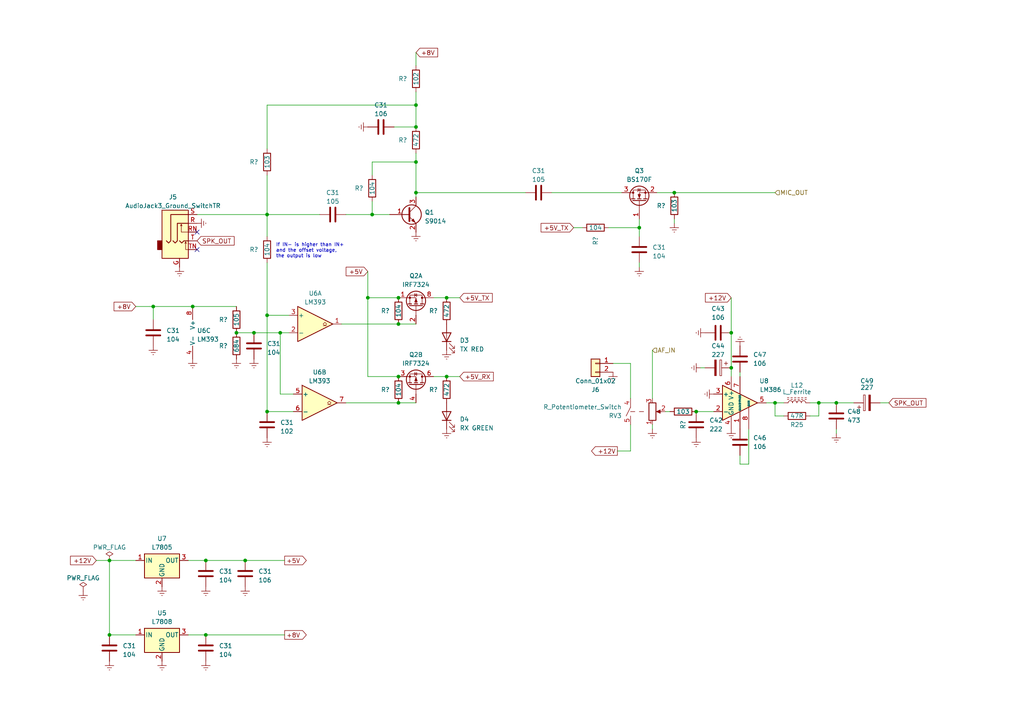
<source format=kicad_sch>
(kicad_sch (version 20230121) (generator eeschema)
  (paper "A4")
  (lib_symbols
    (symbol "Amplifier_Audio:LM386" (pin_names (offset 0.127))
      (property "Reference" "U" (at 1.27 7.62 0))
      (property "Value" "LM386" (at 1.27 5.08 0))
      (symbol "LM386_0_1"
        (polyline (pts (xy 5.08 0) (xy -5.08 5.08) (xy -5.08 -5.08) (xy 5.08 0)) (stroke (width 0.254)) (fill (type background)))
      )
      (symbol "LM386_1_1"
        (pin input line (at 0 -7.62 90) (length 5.08) (name "GAIN") (number "1"))
        (pin input line (at -7.62 -2.54 0) (length 2.54) (name "-") (number "2"))
        (pin input line (at -7.62 2.54 0) (length 2.54) (name "+") (number "3"))
        (pin power_in line (at -2.54 -7.62 90) (length 3.81) (name "GND") (number "4"))
        (pin output line (at 7.62 0 180) (length 2.54) (name "~") (number "5"))
        (pin power_in line (at -2.54 7.62 270) (length 3.81) (name "V+") (number "6"))
        (pin input line (at 0 7.62 270) (length 5.08) (name "BYPASS") (number "7"))
        (pin input line (at 2.54 -7.62 90) (length 6.35) (name "GAIN") (number "8"))
      )
    )
    (symbol "Comparator:LM393" (pin_names (offset 0.127))
      (property "Reference" "U" (at 3.81 3.81 0))
      (property "Value" "LM393" (at 6.35 -3.81 0))
      (symbol "LM393_1_1"
        (polyline (pts (xy -5.08 5.08) (xy 5.08 0) (xy -5.08 -5.08) (xy -5.08 5.08)) (stroke (width 0.254)) (fill (type background)))
        (polyline (pts (xy 3.302 -0.508) (xy 2.794 -0.508) (xy 3.302 0) (xy 2.794 0.508) (xy 2.286 0) (xy 2.794 -0.508) (xy 2.286 -0.508)) (stroke (width 0.127)))
        (pin open_collector line (at 7.62 0 180) (length 2.54) (name "~") (number "1"))
        (pin input line (at -7.62 -2.54 0) (length 2.54) (name "-") (number "2"))
        (pin input line (at -7.62 2.54 0) (length 2.54) (name "+") (number "3"))
      )
      (symbol "LM393_2_1"
        (polyline (pts (xy -5.08 5.08) (xy 5.08 0) (xy -5.08 -5.08) (xy -5.08 5.08)) (stroke (width 0.254)) (fill (type background)))
        (polyline (pts (xy 3.302 -0.508) (xy 2.794 -0.508) (xy 3.302 0) (xy 2.794 0.508) (xy 2.286 0) (xy 2.794 -0.508) (xy 2.286 -0.508)) (stroke (width 0.127)))
        (pin input line (at -7.62 2.54 0) (length 2.54) (name "+") (number "5"))
        (pin input line (at -7.62 -2.54 0) (length 2.54) (name "-") (number "6"))
        (pin open_collector line (at 7.62 0 180) (length 2.54) (name "~") (number "7"))
      )
      (symbol "LM393_3_1"
        (pin power_in line (at -2.54 -7.62 90) (length 3.81) (name "V-") (number "4"))
        (pin power_in line (at -2.54 7.62 270) (length 3.81) (name "V+") (number "8"))
      )
    )
    (symbol "Connector_Audio:AudioJack3_Ground_SwitchTR"
      (property "Reference" "J" (at 0 8.89 0))
      (property "Value" "AudioJack3_Ground_SwitchTR" (at 0 6.35 0))
      (symbol "AudioJack3_Ground_SwitchTR_0_1"
        (rectangle (start -5.08 -5.08) (end -6.35 -7.62) (stroke (width 0.254)) (fill (type outline)))
        (polyline (pts (xy 0.508 -0.254) (xy 0.762 -0.762)))
        (polyline (pts (xy 1.778 -5.334) (xy 2.032 -5.842)))
        (polyline (pts (xy 0 -5.08) (xy 0.635 -5.715) (xy 1.27 -5.08) (xy 2.54 -5.08)) (stroke (width 0.254)))
        (polyline (pts (xy 2.54 -7.62) (xy 1.778 -7.62) (xy 1.778 -5.334) (xy 1.524 -5.842)))
        (polyline (pts (xy 2.54 -2.54) (xy 0.508 -2.54) (xy 0.508 -0.254) (xy 0.254 -0.762)))
        (polyline (pts (xy -1.905 -5.08) (xy -1.27 -5.715) (xy -0.635 -5.08) (xy -0.635 0) (xy 2.54 0)) (stroke (width 0.254)))
        (polyline (pts (xy 2.54 2.54) (xy -2.54 2.54) (xy -2.54 -5.08) (xy -3.175 -5.715) (xy -3.81 -5.08)) (stroke (width 0.254)))
        (rectangle (start 2.54 3.81) (end -5.08 -10.16) (stroke (width 0.254)) (fill (type background)))
      )
      (symbol "AudioJack3_Ground_SwitchTR_1_1"
        (pin passive line (at 0 -12.7 90) (length 2.54) (name "~") (number "G"))
        (pin passive line (at 5.08 0 180) (length 2.54) (name "~") (number "R"))
        (pin passive line (at 5.08 -2.54 180) (length 2.54) (name "~") (number "RN"))
        (pin passive line (at 5.08 2.54 180) (length 2.54) (name "~") (number "S"))
        (pin passive line (at 5.08 -5.08 180) (length 2.54) (name "~") (number "T"))
        (pin passive line (at 5.08 -7.62 180) (length 2.54) (name "~") (number "TN"))
      )
    )
    (symbol "Connector_Generic:Conn_01x02" (pin_names (offset 1.016) hide)
      (property "Reference" "J" (at 0 2.54 0))
      (property "Value" "Conn_01x02" (at 0 -5.08 0))
      (symbol "Conn_01x02_1_1"
        (rectangle (start -1.27 -2.413) (end 0 -2.667) (stroke (width 0.1524)))
        (rectangle (start -1.27 0.127) (end 0 -0.127) (stroke (width 0.1524)))
        (rectangle (start -1.27 1.27) (end 1.27 -3.81) (stroke (width 0.254)) (fill (type background)))
        (pin passive line (at -5.08 0 0) (length 3.81) (name "Pin_1") (number "1"))
        (pin passive line (at -5.08 -2.54 0) (length 3.81) (name "Pin_2") (number "2"))
      )
    )
    (symbol "Device:C" (pin_numbers hide) (pin_names (offset 0.254))
      (property "Reference" "C" (at 0.635 2.54 0))
      (property "Value" "C" (at 0.635 -2.54 0))
      (symbol "C_0_1"
        (polyline (pts (xy -2.032 -0.762) (xy 2.032 -0.762)) (stroke (width 0.508)))
        (polyline (pts (xy -2.032 0.762) (xy 2.032 0.762)) (stroke (width 0.508)))
      )
      (symbol "C_1_1"
        (pin passive line (at 0 3.81 270) (length 2.794) (name "~") (number "1"))
        (pin passive line (at 0 -3.81 90) (length 2.794) (name "~") (number "2"))
      )
    )
    (symbol "Device:C_Polarized" (pin_numbers hide) (pin_names (offset 0.254))
      (property "Reference" "C" (at 0.635 2.54 0))
      (property "Value" "C_Polarized" (at 0.635 -2.54 0))
      (symbol "C_Polarized_0_1"
        (rectangle (start -2.286 0.508) (end 2.286 1.016))
        (polyline (pts (xy -1.778 2.286) (xy -0.762 2.286)))
        (polyline (pts (xy -1.27 2.794) (xy -1.27 1.778)))
        (rectangle (start 2.286 -0.508) (end -2.286 -1.016) (fill (type outline)))
      )
      (symbol "C_Polarized_1_1"
        (pin passive line (at 0 3.81 270) (length 2.794) (name "~") (number "1"))
        (pin passive line (at 0 -3.81 90) (length 2.794) (name "~") (number "2"))
      )
    )
    (symbol "Device:LED" (pin_numbers hide) (pin_names (offset 1.016) hide)
      (property "Reference" "D" (at 0 2.54 0))
      (property "Value" "LED" (at 0 -2.54 0))
      (symbol "LED_0_1"
        (polyline (pts (xy -1.27 -1.27) (xy -1.27 1.27)) (stroke (width 0.254)))
        (polyline (pts (xy -1.27 0) (xy 1.27 0)))
        (polyline (pts (xy 1.27 -1.27) (xy 1.27 1.27) (xy -1.27 0) (xy 1.27 -1.27)) (stroke (width 0.254)))
        (polyline (pts (xy -3.048 -0.762) (xy -4.572 -2.286) (xy -3.81 -2.286) (xy -4.572 -2.286) (xy -4.572 -1.524)))
        (polyline (pts (xy -1.778 -0.762) (xy -3.302 -2.286) (xy -2.54 -2.286) (xy -3.302 -2.286) (xy -3.302 -1.524)))
      )
      (symbol "LED_1_1"
        (pin passive line (at -3.81 0 0) (length 2.54) (name "K") (number "1"))
        (pin passive line (at 3.81 0 180) (length 2.54) (name "A") (number "2"))
      )
    )
    (symbol "Device:L_Ferrite" (pin_numbers hide) (pin_names (offset 1.016) hide)
      (property "Reference" "L" (at -1.27 0 90))
      (property "Value" "L_Ferrite" (at 2.794 0 90))
      (symbol "L_Ferrite_0_1"
        (arc (start 0 -2.54) (mid 0.6323 -1.905) (end 0 -1.27))
        (arc (start 0 -1.27) (mid 0.6323 -0.635) (end 0 0))
        (polyline (pts (xy 1.016 -2.794) (xy 1.016 -2.286)))
        (polyline (pts (xy 1.016 -1.778) (xy 1.016 -1.27)))
        (polyline (pts (xy 1.016 -0.762) (xy 1.016 -0.254)))
        (polyline (pts (xy 1.016 0.254) (xy 1.016 0.762)))
        (polyline (pts (xy 1.016 1.27) (xy 1.016 1.778)))
        (polyline (pts (xy 1.016 2.286) (xy 1.016 2.794)))
        (polyline (pts (xy 1.524 -2.286) (xy 1.524 -2.794)))
        (polyline (pts (xy 1.524 -1.27) (xy 1.524 -1.778)))
        (polyline (pts (xy 1.524 -0.254) (xy 1.524 -0.762)))
        (polyline (pts (xy 1.524 0.762) (xy 1.524 0.254)))
        (polyline (pts (xy 1.524 1.778) (xy 1.524 1.27)))
        (polyline (pts (xy 1.524 2.794) (xy 1.524 2.286)))
        (arc (start 0 0) (mid 0.6323 0.635) (end 0 1.27))
        (arc (start 0 1.27) (mid 0.6323 1.905) (end 0 2.54))
      )
      (symbol "L_Ferrite_1_1"
        (pin passive line (at 0 3.81 270) (length 1.27) (name "1") (number "1"))
        (pin passive line (at 0 -3.81 90) (length 1.27) (name "2") (number "2"))
      )
    )
    (symbol "Device:R" (pin_numbers hide) (pin_names (offset 0))
      (property "Reference" "R" (at 2.032 0 90))
      (property "Value" "R" (at 0 0 90))
      (symbol "R_0_1"
        (rectangle (start -1.016 -2.54) (end 1.016 2.54) (stroke (width 0.254)))
      )
      (symbol "R_1_1"
        (pin passive line (at 0 3.81 270) (length 1.27) (name "~") (number "1"))
        (pin passive line (at 0 -3.81 90) (length 1.27) (name "~") (number "2"))
      )
    )
    (symbol "PhilsLibrary:R_Potentiometer_Switch" (pin_names (offset 1.016) hide)
      (property "Reference" "RV" (at -10.16 0 90))
      (property "Value" "R_Potentiometer_Switch" (at -8.89 0 90))
      (symbol "R_Potentiometer_Switch_0_1"
        (polyline (pts (xy -6.35 -1.27) (xy -7.62 1.27)))
        (polyline (pts (xy -6.35 0) (xy -5.08 0)))
        (polyline (pts (xy -6.35 3.81) (xy -6.35 3.81)))
        (polyline (pts (xy -3.81 0) (xy -2.54 0)))
        (polyline (pts (xy 2.54 0) (xy 1.524 0)))
        (polyline (pts (xy 1.143 0) (xy 2.286 0.508) (xy 2.286 -0.508) (xy 1.143 0)) (fill (type outline)))
        (rectangle (start 1.016 2.54) (end -1.016 -2.54) (stroke (width 0.254)))
      )
      (symbol "R_Potentiometer_Switch_1_1"
        (pin passive line (at 0 3.81 270) (length 1.27) (name "1") (number "1"))
        (pin passive line (at 3.81 0 180) (length 1.27) (name "2") (number "2"))
        (pin passive line (at 0 -3.81 90) (length 1.27) (name "3") (number "3"))
        (pin passive line (at -6.35 -3.81 90) (length 2.54) (name "S2") (number "4"))
        (pin passive line (at -6.35 3.81 270) (length 2.54) (name "S1") (number "5"))
      )
    )
    (symbol "Regulator_Linear:L7805" (pin_names (offset 0.254))
      (property "Reference" "U" (at -3.81 3.175 0))
      (property "Value" "L7805" (at 0 3.175 0))
      (symbol "L7805_0_1"
        (rectangle (start -5.08 1.905) (end 5.08 -5.08) (stroke (width 0.254)) (fill (type background)))
      )
      (symbol "L7805_1_1"
        (pin power_in line (at -7.62 0 0) (length 2.54) (name "IN") (number "1"))
        (pin power_in line (at 0 -7.62 90) (length 2.54) (name "GND") (number "2"))
        (pin power_out line (at 7.62 0 180) (length 2.54) (name "OUT") (number "3"))
      )
    )
    (symbol "Regulator_Linear:L7808" (pin_names (offset 0.254))
      (property "Reference" "U" (at -3.81 3.175 0))
      (property "Value" "L7808" (at 0 3.175 0))
      (symbol "L7808_0_1"
        (rectangle (start -5.08 1.905) (end 5.08 -5.08) (stroke (width 0.254)) (fill (type background)))
      )
      (symbol "L7808_1_1"
        (pin power_in line (at -7.62 0 0) (length 2.54) (name "IN") (number "1"))
        (pin power_in line (at 0 -7.62 90) (length 2.54) (name "GND") (number "2"))
        (pin power_out line (at 7.62 0 180) (length 2.54) (name "OUT") (number "3"))
      )
    )
    (symbol "Transistor_BJT:BC817" (pin_names (offset 0) hide)
      (property "Reference" "Q" (at 5.08 1.905 0))
      (property "Value" "BC817" (at 5.08 0 0))
      (symbol "BC817_0_1"
        (polyline (pts (xy 0.635 0.635) (xy 2.54 2.54)))
        (polyline (pts (xy 0.635 -0.635) (xy 2.54 -2.54) (xy 2.54 -2.54)))
        (polyline (pts (xy 0.635 1.905) (xy 0.635 -1.905) (xy 0.635 -1.905)) (stroke (width 0.508)))
        (polyline (pts (xy 1.27 -1.778) (xy 1.778 -1.27) (xy 2.286 -2.286) (xy 1.27 -1.778) (xy 1.27 -1.778)) (fill (type outline)))
        (circle (center 1.27 0) (radius 2.8194) (stroke (width 0.254)))
      )
      (symbol "BC817_1_1"
        (pin input line (at -5.08 0 0) (length 5.715) (name "B") (number "1"))
        (pin passive line (at 2.54 -5.08 90) (length 2.54) (name "E") (number "2"))
        (pin passive line (at 2.54 5.08 270) (length 2.54) (name "C") (number "3"))
      )
    )
    (symbol "Transistor_FET:BS170F" (pin_names hide)
      (property "Reference" "Q" (at 5.08 1.905 0))
      (property "Value" "BS170F" (at 5.08 0 0))
      (symbol "BS170F_0_1"
        (polyline (pts (xy 0.254 0) (xy -2.54 0)))
        (polyline (pts (xy 0.254 1.905) (xy 0.254 -1.905)) (stroke (width 0.254)))
        (polyline (pts (xy 0.762 -1.27) (xy 0.762 -2.286)) (stroke (width 0.254)))
        (polyline (pts (xy 0.762 0.508) (xy 0.762 -0.508)) (stroke (width 0.254)))
        (polyline (pts (xy 0.762 2.286) (xy 0.762 1.27)) (stroke (width 0.254)))
        (polyline (pts (xy 2.54 2.54) (xy 2.54 1.778)))
        (polyline (pts (xy 2.54 -2.54) (xy 2.54 0) (xy 0.762 0)))
        (polyline (pts (xy 0.762 -1.778) (xy 3.302 -1.778) (xy 3.302 1.778) (xy 0.762 1.778)))
        (polyline (pts (xy 1.016 0) (xy 2.032 0.381) (xy 2.032 -0.381) (xy 1.016 0)) (fill (type outline)))
        (polyline (pts (xy 2.794 0.508) (xy 2.921 0.381) (xy 3.683 0.381) (xy 3.81 0.254)))
        (polyline (pts (xy 3.302 0.381) (xy 2.921 -0.254) (xy 3.683 -0.254) (xy 3.302 0.381)))
        (circle (center 1.651 0) (radius 2.794) (stroke (width 0.254)))
        (circle (center 2.54 -1.778) (radius 0.254) (fill (type outline)))
        (circle (center 2.54 1.778) (radius 0.254) (fill (type outline)))
      )
      (symbol "BS170F_1_1"
        (pin input line (at -5.08 0 0) (length 2.54) (name "G") (number "1"))
        (pin passive line (at 2.54 -5.08 90) (length 2.54) (name "S") (number "2"))
        (pin passive line (at 2.54 5.08 270) (length 2.54) (name "D") (number "3"))
      )
    )
    (symbol "Transistor_FET:IRF7324" (pin_names hide)
      (property "Reference" "Q" (at 5.08 1.905 0))
      (property "Value" "IRF7324" (at 5.08 0 0))
      (symbol "IRF7324_0_1"
        (polyline (pts (xy 0.254 0) (xy -2.54 0)))
        (polyline (pts (xy 0.254 1.905) (xy 0.254 -1.905)) (stroke (width 0.254)))
        (polyline (pts (xy 0.762 -1.27) (xy 0.762 -2.286)) (stroke (width 0.254)))
        (polyline (pts (xy 0.762 0.508) (xy 0.762 -0.508)) (stroke (width 0.254)))
        (polyline (pts (xy 0.762 2.286) (xy 0.762 1.27)) (stroke (width 0.254)))
        (polyline (pts (xy 2.54 2.54) (xy 2.54 1.778)))
        (polyline (pts (xy 2.54 -2.54) (xy 2.54 0) (xy 0.762 0)))
        (polyline (pts (xy 0.762 1.778) (xy 3.302 1.778) (xy 3.302 -1.778) (xy 0.762 -1.778)))
        (polyline (pts (xy 2.286 0) (xy 1.27 0.381) (xy 1.27 -0.381) (xy 2.286 0)) (fill (type outline)))
        (polyline (pts (xy 2.794 -0.508) (xy 2.921 -0.381) (xy 3.683 -0.381) (xy 3.81 -0.254)))
        (polyline (pts (xy 3.302 -0.381) (xy 2.921 0.254) (xy 3.683 0.254) (xy 3.302 -0.381)))
        (circle (center 1.651 0) (radius 2.794) (stroke (width 0.254)))
        (circle (center 2.54 -1.778) (radius 0.254) (fill (type outline)))
        (circle (center 2.54 1.778) (radius 0.254) (fill (type outline)))
      )
      (symbol "IRF7324_1_1"
        (pin passive line (at 2.54 -5.08 90) (length 2.54) (name "S1") (number "1"))
        (pin input line (at -5.08 0 0) (length 2.54) (name "G1") (number "2"))
        (pin passive line (at 2.54 5.08 270) (length 2.54) hide (name "D1") (number "7"))
        (pin passive line (at 2.54 5.08 270) (length 2.54) (name "D1") (number "8"))
      )
      (symbol "IRF7324_2_1"
        (pin passive line (at 2.54 -5.08 90) (length 2.54) (name "S2") (number "3"))
        (pin input line (at -5.08 0 0) (length 2.54) (name "G2") (number "4"))
        (pin passive line (at 2.54 5.08 270) (length 2.54) hide (name "D2") (number "5"))
        (pin passive line (at 2.54 5.08 270) (length 2.54) (name "D2") (number "6"))
      )
    )
    (symbol "power:Earth" (power) (pin_names (offset 0))
      (symbol "Earth_0_1"
        (polyline (pts (xy -0.635 -1.905) (xy 0.635 -1.905)))
        (polyline (pts (xy -0.127 -2.54) (xy 0.127 -2.54)))
        (polyline (pts (xy 0 -1.27) (xy 0 0)))
        (polyline (pts (xy 1.27 -1.27) (xy -1.27 -1.27)))
      )
      (symbol "Earth_1_1"
        (pin power_in line (at 0 0 270) (length 0) hide (name "Earth") (number "1"))
      )
    )
    (symbol "power:PWR_FLAG" (power) (pin_numbers hide) (pin_names (offset 0) hide)
      (property "Value" "PWR_FLAG" (at 0 3.81 0))
      (symbol "PWR_FLAG_0_0"
        (pin power_out line (at 0 0 90) (length 0) (name "pwr") (number "1"))
      )
      (symbol "PWR_FLAG_0_1"
        (polyline (pts (xy 0 0) (xy 0 1.27) (xy -1.016 1.905) (xy 0 2.54) (xy 1.016 1.905) (xy 0 1.27)))
      )
    )
  )
  (junction (at 120.65 55.88))
  (junction (at 77.47 119.38))
  (junction (at 31.75 184.15))
  (junction (at 212.09 96.52))
  (junction (at 237.49 116.84))
  (junction (at 185.42 66.04))
  (junction (at 44.45 88.9))
  (junction (at 77.47 62.23))
  (junction (at 59.69 184.15))
  (junction (at 115.57 116.84))
  (junction (at 81.28 96.52))
  (junction (at 115.57 86.36))
  (junction (at 224.79 116.84))
  (junction (at 107.95 62.23))
  (junction (at 71.12 162.56))
  (junction (at 242.57 116.84))
  (junction (at 212.09 106.68))
  (junction (at 195.58 55.88))
  (junction (at 120.65 30.48))
  (junction (at 129.54 109.22))
  (junction (at 59.69 162.56))
  (junction (at 115.57 93.98))
  (junction (at 201.93 119.38))
  (junction (at 73.66 96.52))
  (junction (at 106.68 86.36))
  (junction (at 115.57 109.22))
  (junction (at 129.54 86.36))
  (junction (at 120.65 46.99))
  (junction (at 31.75 162.56))
  (junction (at 120.65 36.83))
  (junction (at 55.88 88.9))
  (junction (at 77.47 91.44))
  (junction (at 68.58 96.52))
  (no_connect (at 57.15 67.31))
  (no_connect (at 57.15 72.39))
  (wire (pts (xy 182.88 130.81) (xy 182.88 123.19)))
  (wire (pts (xy 77.47 62.23) (xy 92.71 62.23)))
  (wire (pts (xy 129.54 109.22) (xy 133.35 109.22)))
  (wire (pts (xy 100.33 62.23) (xy 107.95 62.23)))
  (wire (pts (xy 77.47 119.38) (xy 77.47 91.44)))
  (wire (pts (xy 176.53 66.04) (xy 185.42 66.04)))
  (wire (pts (xy 83.82 91.44) (xy 77.47 91.44)))
  (wire (pts (xy 242.57 124.46) (xy 242.57 125.73)))
  (wire (pts (xy 204.47 106.68) (xy 203.2 106.68)))
  (wire (pts (xy 120.65 55.88) (xy 120.65 57.15)))
  (wire (pts (xy 106.68 109.22) (xy 106.68 86.36)))
  (wire (pts (xy 189.23 123.19) (xy 189.23 124.46)))
  (wire (pts (xy 224.79 120.65) (xy 227.33 120.65)))
  (wire (pts (xy 77.47 43.18) (xy 77.47 30.48)))
  (wire (pts (xy 106.68 86.36) (xy 115.57 86.36)))
  (wire (pts (xy 217.17 134.62) (xy 217.17 124.46)))
  (wire (pts (xy 185.42 63.5) (xy 185.42 66.04)))
  (wire (pts (xy 237.49 116.84) (xy 237.49 120.65)))
  (wire (pts (xy 193.04 119.38) (xy 194.31 119.38)))
  (wire (pts (xy 212.09 86.36) (xy 212.09 96.52)))
  (wire (pts (xy 120.65 30.48) (xy 120.65 36.83)))
  (wire (pts (xy 120.65 15.24) (xy 120.65 19.05)))
  (wire (pts (xy 120.65 46.99) (xy 120.65 55.88)))
  (wire (pts (xy 57.15 62.23) (xy 77.47 62.23)))
  (wire (pts (xy 115.57 93.98) (xy 120.65 93.98)))
  (wire (pts (xy 55.88 88.9) (xy 68.58 88.9)))
  (wire (pts (xy 85.09 119.38) (xy 77.47 119.38)))
  (wire (pts (xy 99.06 93.98) (xy 115.57 93.98)))
  (wire (pts (xy 242.57 116.84) (xy 247.65 116.84)))
  (wire (pts (xy 125.73 109.22) (xy 129.54 109.22)))
  (wire (pts (xy 44.45 88.9) (xy 44.45 92.71)))
  (wire (pts (xy 81.28 114.3) (xy 81.28 96.52)))
  (wire (pts (xy 27.94 162.56) (xy 31.75 162.56)))
  (wire (pts (xy 31.75 162.56) (xy 39.37 162.56)))
  (wire (pts (xy 179.07 130.81) (xy 182.88 130.81)))
  (wire (pts (xy 195.58 63.5) (xy 195.58 64.77)))
  (wire (pts (xy 166.37 66.04) (xy 168.91 66.04)))
  (wire (pts (xy 115.57 116.84) (xy 120.65 116.84)))
  (wire (pts (xy 255.27 116.84) (xy 257.81 116.84)))
  (wire (pts (xy 222.25 116.84) (xy 224.79 116.84)))
  (wire (pts (xy 234.95 116.84) (xy 237.49 116.84)))
  (wire (pts (xy 212.09 96.52) (xy 212.09 106.68)))
  (wire (pts (xy 120.65 55.88) (xy 152.4 55.88)))
  (wire (pts (xy 114.3 36.83) (xy 120.65 36.83)))
  (wire (pts (xy 106.68 78.74) (xy 106.68 86.36)))
  (wire (pts (xy 59.69 184.15) (xy 82.55 184.15)))
  (wire (pts (xy 85.09 114.3) (xy 81.28 114.3)))
  (wire (pts (xy 120.65 44.45) (xy 120.65 46.99)))
  (wire (pts (xy 237.49 120.65) (xy 234.95 120.65)))
  (wire (pts (xy 177.8 105.41) (xy 182.88 105.41)))
  (wire (pts (xy 77.47 50.8) (xy 77.47 62.23)))
  (wire (pts (xy 81.28 96.52) (xy 83.82 96.52)))
  (wire (pts (xy 107.95 46.99) (xy 107.95 50.8)))
  (wire (pts (xy 120.65 26.67) (xy 120.65 30.48)))
  (wire (pts (xy 190.5 55.88) (xy 195.58 55.88)))
  (wire (pts (xy 182.88 105.41) (xy 182.88 115.57)))
  (wire (pts (xy 160.02 55.88) (xy 180.34 55.88)))
  (wire (pts (xy 77.47 68.58) (xy 77.47 62.23)))
  (wire (pts (xy 73.66 96.52) (xy 81.28 96.52)))
  (wire (pts (xy 214.63 134.62) (xy 214.63 132.08)))
  (wire (pts (xy 31.75 162.56) (xy 31.75 184.15)))
  (wire (pts (xy 68.58 96.52) (xy 73.66 96.52)))
  (wire (pts (xy 185.42 66.04) (xy 185.42 68.58)))
  (wire (pts (xy 224.79 116.84) (xy 227.33 116.84)))
  (wire (pts (xy 77.47 30.48) (xy 120.65 30.48)))
  (wire (pts (xy 54.61 162.56) (xy 59.69 162.56)))
  (wire (pts (xy 39.37 88.9) (xy 44.45 88.9)))
  (wire (pts (xy 189.23 101.6) (xy 189.23 115.57)))
  (wire (pts (xy 107.95 58.42) (xy 107.95 62.23)))
  (wire (pts (xy 185.42 76.2) (xy 185.42 77.47)))
  (wire (pts (xy 71.12 162.56) (xy 82.55 162.56)))
  (wire (pts (xy 44.45 88.9) (xy 55.88 88.9)))
  (wire (pts (xy 212.09 106.68) (xy 212.09 109.22)))
  (wire (pts (xy 224.79 116.84) (xy 224.79 120.65)))
  (wire (pts (xy 201.93 119.38) (xy 207.01 119.38)))
  (wire (pts (xy 237.49 116.84) (xy 242.57 116.84)))
  (wire (pts (xy 195.58 55.88) (xy 224.79 55.88)))
  (wire (pts (xy 107.95 46.99) (xy 120.65 46.99)))
  (wire (pts (xy 107.95 62.23) (xy 113.03 62.23)))
  (wire (pts (xy 214.63 107.95) (xy 214.63 109.22)))
  (wire (pts (xy 100.33 116.84) (xy 115.57 116.84)))
  (wire (pts (xy 125.73 86.36) (xy 129.54 86.36)))
  (wire (pts (xy 59.69 162.56) (xy 71.12 162.56)))
  (wire (pts (xy 115.57 109.22) (xy 106.68 109.22)))
  (wire (pts (xy 39.37 184.15) (xy 31.75 184.15)))
  (wire (pts (xy 54.61 184.15) (xy 59.69 184.15)))
  (wire (pts (xy 214.63 134.62) (xy 217.17 134.62)))
  (wire (pts (xy 129.54 86.36) (xy 133.35 86.36)))
  (wire (pts (xy 77.47 91.44) (xy 77.47 76.2)))
  (text "If IN- is higher than IN+ \nand the offset voltage, \nthe output is low" (at 80.01 74.93 0) (effects (font (size 1 1)) (justify left bottom)))
  (global_label "SPK_OUT" (shape input) (at 257.81 116.84 0) (property "Intersheetrefs" "${INTERSHEET_REFS}" (effects hide)))
  (global_label "+12V" (shape output) (at 179.07 130.81 180) (property "Intersheetrefs" "${INTERSHEET_REFS}" (effects hide)))
  (global_label "+8V" (shape input) (at 39.37 88.9 180) (property "Intersheetrefs" "${INTERSHEET_REFS}" (effects hide)))
  (global_label "+8V" (shape input) (at 120.65 15.24 0) (property "Intersheetrefs" "${INTERSHEET_REFS}" (effects hide)))
  (global_label "+12V" (shape input) (at 212.09 86.36 180) (property "Intersheetrefs" "${INTERSHEET_REFS}" (effects hide)))
  (global_label "+8V" (shape output) (at 82.55 184.15 0) (property "Intersheetrefs" "${INTERSHEET_REFS}" (effects hide)))
  (global_label "+12V" (shape input) (at 27.94 162.56 180) (property "Intersheetrefs" "${INTERSHEET_REFS}" (effects hide)))
  (global_label "+5V_TX" (shape input) (at 166.37 66.04 180) (property "Intersheetrefs" "${INTERSHEET_REFS}" (effects hide)))
  (global_label "+5V" (shape input) (at 106.68 78.74 180) (property "Intersheetrefs" "${INTERSHEET_REFS}" (effects hide)))
  (global_label "+5V" (shape output) (at 82.55 162.56 0) (property "Intersheetrefs" "${INTERSHEET_REFS}" (effects hide)))
  (global_label "SPK_OUT" (shape input) (at 57.15 69.85 0) (property "Intersheetrefs" "${INTERSHEET_REFS}" (effects hide)))
  (global_label "+5V_RX" (shape input) (at 133.35 109.22 0) (property "Intersheetrefs" "${INTERSHEET_REFS}" (effects hide)))
  (global_label "+5V_TX" (shape input) (at 133.35 86.36 0) (property "Intersheetrefs" "${INTERSHEET_REFS}" (effects hide)))
  (hierarchical_label "AF_IN" (shape input) (at 189.23 101.6 0))
  (hierarchical_label "MIC_OUT" (shape input) (at 224.79 55.88 0))
  (symbol (lib_id "power:Earth") (at 214.63 100.33 180) (unit 1)
    (property "Reference" "#PWR087" (effects hide))
    (property "Value" "Earth" (effects hide))
    (instances (project "Mixers" (path "" (reference "#PWR087") (unit 1))) (project "am-radio" (path "" (reference "#PWR0130") (unit 1))))
  )
  (symbol (lib_id "power:Earth") (at 189.23 124.46 0) (unit 1)
    (property "Reference" "#PWR080" (effects hide))
    (property "Value" "Earth" (effects hide))
  )
  (symbol (lib_id "Device:C_Polarized") (at 208.28 106.68 270) (unit 1)
    (property "Reference" "C44" (at 208.28 100.33 90))
    (property "Value" "227" (at 208.28 102.87 90))
    (property "Footprint" "Capacitor_SMD:CP_Elec_10x12.6" (effects hide))
    (instances (project "Mixers" (path "" (reference "C44") (unit 1))) (project "am-radio" (path "" (reference "C16") (unit 1))))
  )
  (symbol (lib_id "Device:C") (at 201.93 123.19 0) (unit 1)
    (property "Reference" "C42" (at 205.74 121.9199 0) (effects (justify left)))
    (property "Value" "222" (at 205.74 124.4599 0) (effects (justify left)))
    (property "Footprint" "Capacitor_SMD:C_0805_2012Metric" (effects hide))
    (instances (project "Mixers" (path "" (reference "C42") (unit 1))) (project "am-radio" (path "" (reference "C14") (unit 1))))
  )
  (symbol (lib_id "power:Earth") (at 129.54 101.6 0) (unit 1)
    (property "Reference" "#PWR095" (effects hide))
    (property "Value" "Earth" (effects hide))
    (instances (project "Mixers" (path "" (reference "#PWR095") (unit 1))) (project "am-radio" (path "" (reference "#PWR0128") (unit 1))))
  )
  (symbol (lib_id "Device:R") (at 129.54 90.17 0) (unit 1)
    (property "Reference" "R?" (at 125.73 90.17 0))
    (property "Value" "472" (at 129.54 90.17 90))
    (property "Footprint" "Capacitor_SMD:C_0805_2012Metric" (effects hide))
    (instances (project "Mixers" (path "" (reference "R?") (unit 1)) (path "" (reference "R1") (unit 1)) (path "" (reference "R3") (unit 1)) (path "" (reference "R29") (unit 1))))
  )
  (symbol (lib_id "power:Earth") (at 46.99 170.18 0) (unit 1)
    (property "Reference" "#PWR074" (effects hide))
    (property "Value" "Earth" (effects hide))
  )
  (symbol (lib_id "power:Earth") (at 106.68 36.83 270) (unit 1)
    (property "Reference" "#PWR075" (effects hide))
    (property "Value" "Earth" (effects hide))
  )
  (symbol (lib_id "power:Earth") (at 77.47 127 0) (unit 1)
    (property "Reference" "#PWR096" (effects hide))
    (property "Value" "Earth" (effects hide))
  )
  (symbol (lib_id "power:Earth") (at 52.07 77.47 0) (unit 1)
    (property "Reference" "#PWR071" (effects hide))
    (property "Value" "Earth" (effects hide))
  )
  (symbol (lib_id "power:Earth") (at 195.58 64.77 0) (unit 1)
    (property "Reference" "#PWR088" (effects hide))
    (property "Value" "Earth" (effects hide))
  )
  (symbol (lib_id "Device:R") (at 120.65 22.86 0) (unit 1)
    (property "Reference" "R?" (at 116.84 22.86 0))
    (property "Value" "102" (at 120.65 22.86 90))
    (property "Footprint" "Capacitor_SMD:C_0805_2012Metric" (effects hide))
    (instances (project "Mixers" (path "" (reference "R?") (unit 1)) (path "" (reference "R1") (unit 1)) (path "" (reference "R3") (unit 1)) (path "" (reference "R21") (unit 1))))
  )
  (symbol (lib_id "power:Earth") (at 203.2 106.68 270) (unit 1)
    (property "Reference" "#PWR082" (effects hide))
    (property "Value" "Earth" (effects hide))
    (instances (project "Mixers" (path "" (reference "#PWR082") (unit 1))) (project "am-radio" (path "" (reference "#PWR0129") (unit 1))))
  )
  (symbol (lib_id "Device:LED") (at 129.54 120.65 90) (unit 1)
    (property "Reference" "D4" (at 133.35 121.6025 90) (effects (justify right)))
    (property "Value" "RX GREEN" (at 133.35 124.1425 90) (effects (justify right)))
    (property "Footprint" "Diode_SMD:D_1206_3216Metric" (effects hide))
  )
  (symbol (lib_id "power:PWR_FLAG") (at 24.13 171.45 0) (unit 1)
    (property "Reference" "#FLG01" (effects hide))
    (property "Value" "PWR_FLAG" (at 24.13 167.64 0))
  )
  (symbol (lib_id "Amplifier_Audio:LM386") (at 214.63 116.84 0) (unit 1)
    (property "Reference" "U8" (at 221.615 110.49 0))
    (property "Value" "LM386" (at 223.52 113.03 0))
    (property "Footprint" "Package_SO:PowerIntegrations_SO-8" (effects hide))
    (property "Datasheet" "http://www.ti.com/lit/ds/symlink/lm386.pdf" (effects hide))
    (instances (project "Mixers" (path "" (reference "U8") (unit 1))) (project "am-radio" (path "" (reference "U6") (unit 1))))
  )
  (symbol (lib_id "PhilsLibrary:R_Potentiometer_Switch") (at 189.23 119.38 0) (mirror x) (unit 1)
    (property "Reference" "RV3" (at 180.34 120.5865 0) (effects (justify right)))
    (property "Value" "R_Potentiometer_Switch" (at 180.34 118.0465 0) (effects (justify right)))
    (property "Footprint" "PhilsFootprintLibrary:Potentiometer_Switch" (effects hide))
  )
  (symbol (lib_id "Device:C") (at 214.63 128.27 0) (unit 1)
    (property "Reference" "C46" (at 218.44 126.9999 0) (effects (justify left)))
    (property "Value" "106" (at 218.44 129.5399 0) (effects (justify left)))
    (property "Footprint" "Capacitor_SMD:C_0805_2012Metric" (effects hide))
    (instances (project "Mixers" (path "" (reference "C46") (unit 1))) (project "am-radio" (path "" (reference "C18") (unit 1))))
  )
  (symbol (lib_id "power:Earth") (at 177.8 107.95 0) (unit 1)
    (property "Reference" "#PWR079" (effects hide))
    (property "Value" "Earth" (effects hide))
  )
  (symbol (lib_id "power:Earth") (at 57.15 64.77 90) (unit 1)
    (property "Reference" "#PWR090" (effects hide))
    (property "Value" "Earth" (effects hide))
  )
  (symbol (lib_id "power:Earth") (at 185.42 77.47 0) (unit 1)
    (property "Reference" "#PWR085" (effects hide))
    (property "Value" "Earth" (effects hide))
  )
  (symbol (lib_id "Device:R") (at 77.47 46.99 0) (unit 1)
    (property "Reference" "R?" (at 73.66 46.99 0))
    (property "Value" "103" (at 77.47 46.99 90))
    (property "Footprint" "Capacitor_SMD:C_0805_2012Metric" (effects hide))
    (instances (project "Mixers" (path "" (reference "R?") (unit 1)) (path "" (reference "R1") (unit 1)) (path "" (reference "R3") (unit 1)) (path "" (reference "R16") (unit 1))))
  )
  (symbol (lib_id "Device:C") (at 96.52 62.23 270) (unit 1)
    (property "Reference" "C31" (at 96.52 55.88 90))
    (property "Value" "105" (at 96.52 58.42 90))
    (property "Footprint" "Capacitor_SMD:C_0805_2012Metric" (effects hide))
    (instances (project "Mixers" (path "" (reference "C31") (unit 1)) (path "" (reference "C6") (unit 1)) (path "" (reference "C21") (unit 1)) (path "" (reference "C37") (unit 1))))
  )
  (symbol (lib_id "power:Earth") (at 46.99 191.77 0) (unit 1)
    (property "Reference" "#PWR068" (effects hide))
    (property "Value" "Earth" (effects hide))
  )
  (symbol (lib_id "Device:R") (at 198.12 119.38 90) (unit 1)
    (property "Reference" "R?" (at 198.12 123.19 0))
    (property "Value" "103" (at 198.12 119.38 90))
    (property "Footprint" "Capacitor_SMD:C_0805_2012Metric" (effects hide))
    (instances (project "Mixers" (path "" (reference "R?") (unit 1)) (path "" (reference "R1") (unit 1)) (path "" (reference "R3") (unit 1)) (path "" (reference "R31") (unit 1))))
  )
  (symbol (lib_id "Device:C") (at 208.28 96.52 90) (unit 1)
    (property "Reference" "C43" (at 208.28 89.535 90))
    (property "Value" "106" (at 208.28 92.075 90))
    (property "Footprint" "Capacitor_SMD:C_0805_2012Metric" (effects hide))
    (instances (project "Mixers" (path "" (reference "C43") (unit 1))) (project "am-radio" (path "" (reference "C15") (unit 1))))
  )
  (symbol (lib_id "Device:C") (at 242.57 120.65 0) (unit 1)
    (property "Reference" "C48" (at 245.745 119.3799 0) (effects (justify left)))
    (property "Value" "473" (at 245.745 121.9199 0) (effects (justify left)))
    (property "Footprint" "Capacitor_SMD:C_0805_2012Metric" (effects hide))
    (instances (project "Mixers" (path "" (reference "C48") (unit 1))) (project "am-radio" (path "" (reference "C19") (unit 1))))
  )
  (symbol (lib_id "Device:R") (at 107.95 54.61 0) (unit 1)
    (property "Reference" "R?" (at 104.14 54.61 0))
    (property "Value" "104" (at 107.95 54.61 90))
    (property "Footprint" "Capacitor_SMD:C_0805_2012Metric" (effects hide))
    (instances (project "Mixers" (path "" (reference "R?") (unit 1)) (path "" (reference "R1") (unit 1)) (path "" (reference "R3") (unit 1)) (path "" (reference "R18") (unit 1))))
  )
  (symbol (lib_id "Transistor_BJT:BC817") (at 118.11 62.23 0) (unit 1)
    (property "Reference" "Q1" (at 123.19 61.595 0) (effects (justify left)))
    (property "Value" "S9014" (at 123.19 64.135 0) (effects (justify left)))
    (property "Footprint" "Package_TO_SOT_SMD:SOT-23" (effects hide))
    (property "Datasheet" "https://www.onsemi.com/pub/Collateral/BC818-D.pdf" (effects hide))
  )
  (symbol (lib_id "Connector_Audio:AudioJack3_Ground_SwitchTR") (at 52.07 64.77 0) (unit 1)
    (property "Reference" "J5" (at 50.165 57.15 0))
    (property "Value" "AudioJack3_Ground_SwitchTR" (at 50.165 59.69 0))
    (property "Footprint" "PhilsFootprintLibrary:Jack_3.5mm_PJ342_Horizontal2" (effects hide))
  )
  (symbol (lib_id "Device:R") (at 115.57 90.17 0) (unit 1)
    (property "Reference" "R?" (at 111.76 90.17 0))
    (property "Value" "104" (at 115.57 90.17 90))
    (property "Footprint" "Capacitor_SMD:C_0805_2012Metric" (effects hide))
    (instances (project "Mixers" (path "" (reference "R?") (unit 1)) (path "" (reference "R1") (unit 1)) (path "" (reference "R3") (unit 1)) (path "" (reference "R19") (unit 1))))
  )
  (symbol (lib_id "Device:C") (at 214.63 104.14 0) (unit 1)
    (property "Reference" "C47" (at 218.44 102.8699 0) (effects (justify left)))
    (property "Value" "106" (at 218.44 105.4099 0) (effects (justify left)))
    (property "Footprint" "Capacitor_SMD:C_0805_2012Metric" (effects hide))
    (instances (project "Mixers" (path "" (reference "C47") (unit 1))) (project "am-radio" (path "" (reference "C17") (unit 1))))
  )
  (symbol (lib_id "power:Earth") (at 204.47 96.52 270) (unit 1)
    (property "Reference" "#PWR083" (effects hide))
    (property "Value" "Earth" (effects hide))
    (instances (project "Mixers" (path "" (reference "#PWR083") (unit 1))) (project "am-radio" (path "" (reference "#PWR0133") (unit 1))))
  )
  (symbol (lib_id "Device:C_Polarized") (at 251.46 116.84 90) (unit 1)
    (property "Reference" "C49" (at 251.46 110.49 90))
    (property "Value" "227" (at 251.46 112.395 90))
    (property "Footprint" "Capacitor_SMD:CP_Elec_6.3x3" (effects hide))
    (instances (project "Mixers" (path "" (reference "C49") (unit 1))) (project "am-radio" (path "" (reference "C20") (unit 1))))
  )
  (symbol (lib_id "Connector_Generic:Conn_01x02") (at 172.72 105.41 0) (mirror y) (unit 1)
    (property "Reference" "J6" (at 172.72 113.03 0))
    (property "Value" "Conn_01x02" (at 172.72 110.49 0))
    (property "Footprint" "Connector_JST:JST_EH_B2B-EH-A_1x02_P2.50mm_Vertical" (effects hide))
  )
  (symbol (lib_id "Regulator_Linear:L7805") (at 46.99 162.56 0) (unit 1)
    (property "Reference" "U7" (at 46.99 156.21 0))
    (property "Value" "L7805" (at 46.99 158.75 0))
    (property "Footprint" "Package_TO_SOT_SMD:TO-252-2" (effects hide))
    (property "Datasheet" "http://www.st.com/content/ccc/resource/technical/document/datasheet/41/4f/b3/b0/12/d4/47/88/CD00000444.pdf/files/CD00000444.pdf/jcr:content/translations/en.CD00000444.pdf" (effects hide))
  )
  (symbol (lib_id "Comparator:LM393") (at 58.42 96.52 0) (unit 3)
    (property "Reference" "U6" (at 57.15 95.885 0) (effects (justify left)))
    (property "Value" "LM393" (at 57.15 98.425 0) (effects (justify left)))
    (property "Footprint" "Package_SO:SOIC-8_3.9x4.9mm_P1.27mm" (effects hide))
    (property "Datasheet" "http://www.ti.com/lit/ds/symlink/lm393.pdf" (effects hide))
  )
  (symbol (lib_id "Device:C") (at 77.47 123.19 0) (unit 1)
    (property "Reference" "C31" (at 81.28 122.555 0) (effects (justify left)))
    (property "Value" "102" (at 81.28 125.095 0) (effects (justify left)))
    (property "Footprint" "Capacitor_SMD:C_0805_2012Metric" (effects hide))
    (instances (project "Mixers" (path "" (reference "C31") (unit 1)) (path "" (reference "C6") (unit 1)) (path "" (reference "C21") (unit 1)) (path "" (reference "C53") (unit 1))))
  )
  (symbol (lib_id "Device:C") (at 44.45 96.52 0) (unit 1)
    (property "Reference" "C31" (at 48.26 95.885 0) (effects (justify left)))
    (property "Value" "104" (at 48.26 98.425 0) (effects (justify left)))
    (property "Footprint" "Capacitor_SMD:C_0805_2012Metric" (effects hide))
    (instances (project "Mixers" (path "" (reference "C31") (unit 1)) (path "" (reference "C6") (unit 1)) (path "" (reference "C21") (unit 1)) (path "" (reference "C35") (unit 1))))
  )
  (symbol (lib_id "Device:R") (at 77.47 72.39 0) (unit 1)
    (property "Reference" "R?" (at 73.66 72.39 0))
    (property "Value" "104" (at 77.47 72.39 90))
    (property "Footprint" "Capacitor_SMD:C_0805_2012Metric" (effects hide))
    (instances (project "Mixers" (path "" (reference "R?") (unit 1)) (path "" (reference "R1") (unit 1)) (path "" (reference "R3") (unit 1)) (path "" (reference "R17") (unit 1))))
  )
  (symbol (lib_id "Device:L_Ferrite") (at 231.14 116.84 90) (unit 1)
    (property "Reference" "L12" (at 231.14 111.76 90))
    (property "Value" "L_Ferrite" (at 231.14 113.665 90))
    (property "Footprint" "Inductor_SMD:L_Taiyo-Yuden_NR-10050_9.8x10.0mm" (effects hide))
    (instances (project "Mixers" (path "" (reference "L12") (unit 1))) (project "am-radio" (path "" (reference "L2") (unit 1))))
  )
  (symbol (lib_id "power:Earth") (at 207.01 114.3 270) (unit 1)
    (property "Reference" "#PWR084" (effects hide))
    (property "Value" "Earth" (effects hide))
    (instances (project "Mixers" (path "" (reference "#PWR084") (unit 1))) (project "am-radio" (path "" (reference "#PWR0132") (unit 1))))
  )
  (symbol (lib_id "Device:LED") (at 129.54 97.79 90) (unit 1)
    (property "Reference" "D3" (at 133.35 98.7425 90) (effects (justify right)))
    (property "Value" "TX RED" (at 133.35 101.2825 90) (effects (justify right)))
    (property "Footprint" "Diode_SMD:D_1206_3216Metric" (effects hide))
  )
  (symbol (lib_id "Device:R") (at 120.65 40.64 0) (unit 1)
    (property "Reference" "R?" (at 116.84 40.64 0))
    (property "Value" "472" (at 120.65 40.64 90))
    (property "Footprint" "Capacitor_SMD:C_0805_2012Metric" (effects hide))
    (instances (project "Mixers" (path "" (reference "R?") (unit 1)) (path "" (reference "R1") (unit 1)) (path "" (reference "R3") (unit 1)) (path "" (reference "R22") (unit 1))))
  )
  (symbol (lib_id "Device:R") (at 68.58 92.71 0) (unit 1)
    (property "Reference" "R?" (at 64.77 92.71 0))
    (property "Value" "105" (at 68.58 92.71 90))
    (property "Footprint" "Capacitor_SMD:C_0805_2012Metric" (effects hide))
    (instances (project "Mixers" (path "" (reference "R?") (unit 1)) (path "" (reference "R1") (unit 1)) (path "" (reference "R3") (unit 1)) (path "" (reference "R14") (unit 1))))
  )
  (symbol (lib_id "Device:C") (at 31.75 187.96 0) (unit 1)
    (property "Reference" "C31" (at 35.56 187.325 0) (effects (justify left)))
    (property "Value" "104" (at 35.56 189.865 0) (effects (justify left)))
    (property "Footprint" "Capacitor_SMD:C_0805_2012Metric" (effects hide))
    (instances (project "Mixers" (path "" (reference "C31") (unit 1)) (path "" (reference "C6") (unit 1)) (path "" (reference "C21") (unit 1)) (path "" (reference "C50") (unit 1))))
  )
  (symbol (lib_id "Device:R") (at 172.72 66.04 90) (unit 1)
    (property "Reference" "R?" (at 172.72 69.85 0))
    (property "Value" "104" (at 172.72 66.04 90))
    (property "Footprint" "Capacitor_SMD:C_0805_2012Metric" (effects hide))
    (instances (project "Mixers" (path "" (reference "R?") (unit 1)) (path "" (reference "R1") (unit 1)) (path "" (reference "R3") (unit 1)) (path "" (reference "R23") (unit 1))))
  )
  (symbol (lib_id "Device:R") (at 129.54 113.03 0) (unit 1)
    (property "Reference" "R?" (at 125.73 113.03 0))
    (property "Value" "472" (at 129.54 113.03 90))
    (property "Footprint" "Capacitor_SMD:C_0805_2012Metric" (effects hide))
    (instances (project "Mixers" (path "" (reference "R?") (unit 1)) (path "" (reference "R1") (unit 1)) (path "" (reference "R3") (unit 1)) (path "" (reference "R30") (unit 1))))
  )
  (symbol (lib_id "Device:R") (at 115.57 113.03 0) (unit 1)
    (property "Reference" "R?" (at 111.76 113.03 0))
    (property "Value" "104" (at 115.57 113.03 90))
    (property "Footprint" "Capacitor_SMD:C_0805_2012Metric" (effects hide))
    (instances (project "Mixers" (path "" (reference "R?") (unit 1)) (path "" (reference "R1") (unit 1)) (path "" (reference "R3") (unit 1)) (path "" (reference "R20") (unit 1))))
  )
  (symbol (lib_id "Device:C") (at 59.69 166.37 0) (unit 1)
    (property "Reference" "C31" (at 63.5 165.735 0) (effects (justify left)))
    (property "Value" "104" (at 63.5 168.275 0) (effects (justify left)))
    (property "Footprint" "Capacitor_SMD:C_0805_2012Metric" (effects hide))
    (instances (project "Mixers" (path "" (reference "C31") (unit 1)) (path "" (reference "C6") (unit 1)) (path "" (reference "C21") (unit 1)) (path "" (reference "C38") (unit 1))))
  )
  (symbol (lib_id "Device:C") (at 59.69 187.96 0) (unit 1)
    (property "Reference" "C31" (at 63.5 187.325 0) (effects (justify left)))
    (property "Value" "104" (at 63.5 189.865 0) (effects (justify left)))
    (property "Footprint" "Capacitor_SMD:C_0805_2012Metric" (effects hide))
    (instances (project "Mixers" (path "" (reference "C31") (unit 1)) (path "" (reference "C6") (unit 1)) (path "" (reference "C21") (unit 1)) (path "" (reference "C36") (unit 1))))
  )
  (symbol (lib_id "Device:R") (at 68.58 100.33 0) (unit 1)
    (property "Reference" "R?" (at 64.77 100.33 0))
    (property "Value" "684" (at 68.58 100.33 90))
    (property "Footprint" "Capacitor_SMD:C_0805_2012Metric" (effects hide))
    (instances (project "Mixers" (path "" (reference "R?") (unit 1)) (path "" (reference "R1") (unit 1)) (path "" (reference "R3") (unit 1)) (path "" (reference "R15") (unit 1))))
  )
  (symbol (lib_id "power:Earth") (at 201.93 127 0) (unit 1)
    (property "Reference" "#PWR081" (effects hide))
    (property "Value" "Earth" (effects hide))
    (instances (project "Mixers" (path "" (reference "#PWR081") (unit 1))) (project "am-radio" (path "" (reference "#PWR0128") (unit 1))))
  )
  (symbol (lib_id "power:Earth") (at 59.69 191.77 0) (unit 1)
    (property "Reference" "#PWR070" (effects hide))
    (property "Value" "Earth" (effects hide))
  )
  (symbol (lib_id "power:Earth") (at 242.57 125.73 0) (unit 1)
    (property "Reference" "#PWR089" (effects hide))
    (property "Value" "Earth" (effects hide))
    (instances (project "Mixers" (path "" (reference "#PWR089") (unit 1))) (project "am-radio" (path "" (reference "#PWR0116") (unit 1))))
  )
  (symbol (lib_id "power:Earth") (at 31.75 191.77 0) (unit 1)
    (property "Reference" "#PWR091" (effects hide))
    (property "Value" "Earth" (effects hide))
  )
  (symbol (lib_id "Device:C") (at 73.66 100.33 0) (unit 1)
    (property "Reference" "C31" (at 77.47 99.695 0) (effects (justify left)))
    (property "Value" "104" (at 77.47 102.235 0) (effects (justify left)))
    (property "Footprint" "Capacitor_SMD:C_0805_2012Metric" (effects hide))
    (instances (project "Mixers" (path "" (reference "C31") (unit 1)) (path "" (reference "C6") (unit 1)) (path "" (reference "C21") (unit 1)) (path "" (reference "C54") (unit 1))))
  )
  (symbol (lib_id "Comparator:LM393") (at 92.71 116.84 0) (unit 2)
    (property "Reference" "U6" (at 92.71 107.95 0))
    (property "Value" "LM393" (at 92.71 110.49 0))
    (property "Footprint" "Package_SO:SOIC-8_3.9x4.9mm_P1.27mm" (effects hide))
    (property "Datasheet" "http://www.ti.com/lit/ds/symlink/lm393.pdf" (effects hide))
  )
  (symbol (lib_id "power:Earth") (at 59.69 170.18 0) (unit 1)
    (property "Reference" "#PWR076" (effects hide))
    (property "Value" "Earth" (effects hide))
  )
  (symbol (lib_id "Device:R") (at 195.58 59.69 0) (unit 1)
    (property "Reference" "R?" (at 191.77 59.69 0))
    (property "Value" "103" (at 195.58 59.69 90))
    (property "Footprint" "Capacitor_SMD:C_0805_2012Metric" (effects hide))
    (instances (project "Mixers" (path "" (reference "R?") (unit 1)) (path "" (reference "R1") (unit 1)) (path "" (reference "R3") (unit 1)) (path "" (reference "R24") (unit 1))))
  )
  (symbol (lib_id "Comparator:LM393") (at 91.44 93.98 0) (unit 1)
    (property "Reference" "U6" (at 91.44 85.09 0))
    (property "Value" "LM393" (at 91.44 87.63 0))
    (property "Footprint" "Package_SO:SOIC-8_3.9x4.9mm_P1.27mm" (effects hide))
    (property "Datasheet" "http://www.ti.com/lit/ds/symlink/lm393.pdf" (effects hide))
  )
  (symbol (lib_id "Device:C") (at 110.49 36.83 270) (unit 1)
    (property "Reference" "C31" (at 110.49 30.48 90))
    (property "Value" "106" (at 110.49 33.02 90))
    (property "Footprint" "Capacitor_SMD:C_0805_2012Metric" (effects hide))
    (instances (project "Mixers" (path "" (reference "C31") (unit 1)) (path "" (reference "C6") (unit 1)) (path "" (reference "C21") (unit 1)) (path "" (reference "C39") (unit 1))))
  )
  (symbol (lib_id "Device:C") (at 156.21 55.88 270) (unit 1)
    (property "Reference" "C31" (at 156.21 49.53 90))
    (property "Value" "105" (at 156.21 52.07 90))
    (property "Footprint" "Capacitor_SMD:C_0805_2012Metric" (effects hide))
    (instances (project "Mixers" (path "" (reference "C31") (unit 1)) (path "" (reference "C6") (unit 1)) (path "" (reference "C21") (unit 1)) (path "" (reference "C41") (unit 1))))
  )
  (symbol (lib_id "power:Earth") (at 71.12 170.18 0) (unit 1)
    (property "Reference" "#PWR078" (effects hide))
    (property "Value" "Earth" (effects hide))
  )
  (symbol (lib_id "power:PWR_FLAG") (at 31.75 162.56 0) (unit 1)
    (property "Reference" "#FLG02" (effects hide))
    (property "Value" "PWR_FLAG" (at 31.75 158.75 0))
  )
  (symbol (lib_id "power:Earth") (at 73.66 104.14 0) (unit 1)
    (property "Reference" "#PWR097" (effects hide))
    (property "Value" "Earth" (effects hide))
  )
  (symbol (lib_id "power:Earth") (at 68.58 104.14 0) (unit 1)
    (property "Reference" "#PWR073" (effects hide))
    (property "Value" "Earth" (effects hide))
  )
  (symbol (lib_id "power:Earth") (at 55.88 104.14 0) (unit 1)
    (property "Reference" "#PWR072" (effects hide))
    (property "Value" "Earth" (effects hide))
  )
  (symbol (lib_id "power:Earth") (at 120.65 67.31 0) (unit 1)
    (property "Reference" "#PWR077" (effects hide))
    (property "Value" "Earth" (effects hide))
  )
  (symbol (lib_id "Device:R") (at 231.14 120.65 90) (unit 1)
    (property "Reference" "R25" (at 231.14 123.19 90))
    (property "Value" "47R" (at 231.14 120.65 90))
    (property "Footprint" "Resistor_SMD:R_0805_2012Metric" (effects hide))
    (instances (project "Mixers" (path "" (reference "R25") (unit 1))) (project "am-radio" (path "" (reference "R7") (unit 1))))
  )
  (symbol (lib_id "power:Earth") (at 129.54 124.46 0) (unit 1)
    (property "Reference" "#PWR094" (effects hide))
    (property "Value" "Earth" (effects hide))
    (instances (project "Mixers" (path "" (reference "#PWR094") (unit 1))) (project "am-radio" (path "" (reference "#PWR0128") (unit 1))))
  )
  (symbol (lib_id "Regulator_Linear:L7808") (at 46.99 184.15 0) (unit 1)
    (property "Reference" "U5" (at 46.99 177.8 0))
    (property "Value" "L7808" (at 46.99 180.34 0))
    (property "Footprint" "Package_TO_SOT_SMD:TO-252-2" (effects hide))
    (property "Datasheet" "http://www.st.com/content/ccc/resource/technical/document/datasheet/41/4f/b3/b0/12/d4/47/88/CD00000444.pdf/files/CD00000444.pdf/jcr:content/translations/en.CD00000444.pdf" (effects hide))
  )
  (symbol (lib_id "power:Earth") (at 44.45 100.33 0) (unit 1)
    (property "Reference" "#PWR069" (effects hide))
    (property "Value" "Earth" (effects hide))
  )
  (symbol (lib_id "power:Earth") (at 212.09 124.46 0) (unit 1)
    (property "Reference" "#PWR086" (effects hide))
    (property "Value" "Earth" (effects hide))
    (instances (project "Mixers" (path "" (reference "#PWR086") (unit 1))) (project "am-radio" (path "" (reference "#PWR0131") (unit 1))))
  )
  (symbol (lib_id "Transistor_FET:BS170F") (at 185.42 58.42 90) (unit 1)
    (property "Reference" "Q3" (at 185.42 49.53 90))
    (property "Value" "BS170F" (at 185.42 52.07 90))
    (property "Footprint" "Package_TO_SOT_SMD:SOT-23" (effects hide))
    (property "Datasheet" "http://www.diodes.com/assets/Datasheets/BS170F.pdf" (effects hide))
  )
  (symbol (lib_id "Transistor_FET:IRF7324") (at 120.65 111.76 270) (mirror x) (unit 2)
    (property "Reference" "Q2" (at 120.65 102.87 90))
    (property "Value" "IRF7324" (at 120.65 105.41 90))
    (property "Footprint" "Package_SO:SOIC-8_3.9x4.9mm_P1.27mm" (effects hide))
    (property "Datasheet" "http://www.infineon.com/dgdl/irf7324pbf.pdf?fileId=5546d462533600a4015355f5f0861b4b" (effects hide))
  )
  (symbol (lib_id "power:Earth") (at 24.13 171.45 0) (unit 1)
    (property "Reference" "#PWR067" (effects hide))
    (property "Value" "Earth" (effects hide))
  )
  (symbol (lib_id "Device:C") (at 71.12 166.37 0) (unit 1)
    (property "Reference" "C31" (at 74.93 165.735 0) (effects (justify left)))
    (property "Value" "106" (at 74.93 168.275 0) (effects (justify left)))
    (property "Footprint" "Capacitor_SMD:C_0805_2012Metric" (effects hide))
    (instances (project "Mixers" (path "" (reference "C31") (unit 1)) (path "" (reference "C6") (unit 1)) (path "" (reference "C21") (unit 1)) (path "" (reference "C40") (unit 1))))
  )
  (symbol (lib_id "Device:C") (at 185.42 72.39 0) (unit 1)
    (property "Reference" "C31" (at 189.23 71.755 0) (effects (justify left)))
    (property "Value" "104" (at 189.23 74.295 0) (effects (justify left)))
    (property "Footprint" "Capacitor_SMD:C_0805_2012Metric" (effects hide))
    (instances (project "Mixers" (path "" (reference "C31") (unit 1)) (path "" (reference "C6") (unit 1)) (path "" (reference "C21") (unit 1)) (path "" (reference "C45") (unit 1))))
  )
  (symbol (lib_id "Transistor_FET:IRF7324") (at 120.65 88.9 270) (mirror x) (unit 1)
    (property "Reference" "Q2" (at 120.65 80.01 90))
    (property "Value" "IRF7324" (at 120.65 82.55 90))
    (property "Footprint" "Package_SO:SOIC-8_3.9x4.9mm_P1.27mm" (effects hide))
    (property "Datasheet" "http://www.infineon.com/dgdl/irf7324pbf.pdf?fileId=5546d462533600a4015355f5f0861b4b" (effects hide))
  )
)
</source>
